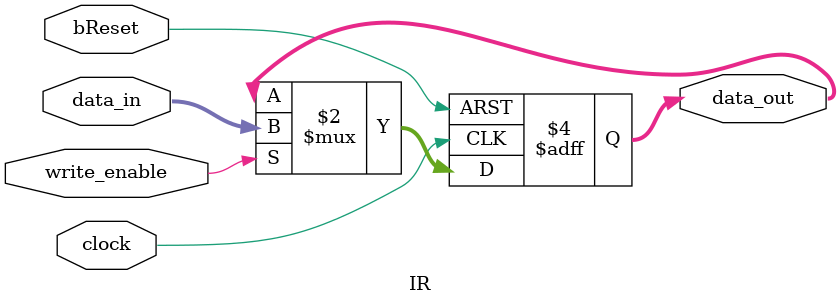
<source format=v>

module IR (
    input       [7:0] data_in,
    output reg  [7:0] data_out,
    input             clock,
    input             write_enable,
    input             bReset
);

always @(posedge clock or posedge bReset) begin
    if (bReset)
        data_out <= 8'b0;
    else if (write_enable)
        data_out <= data_in;
end

endmodule

</source>
